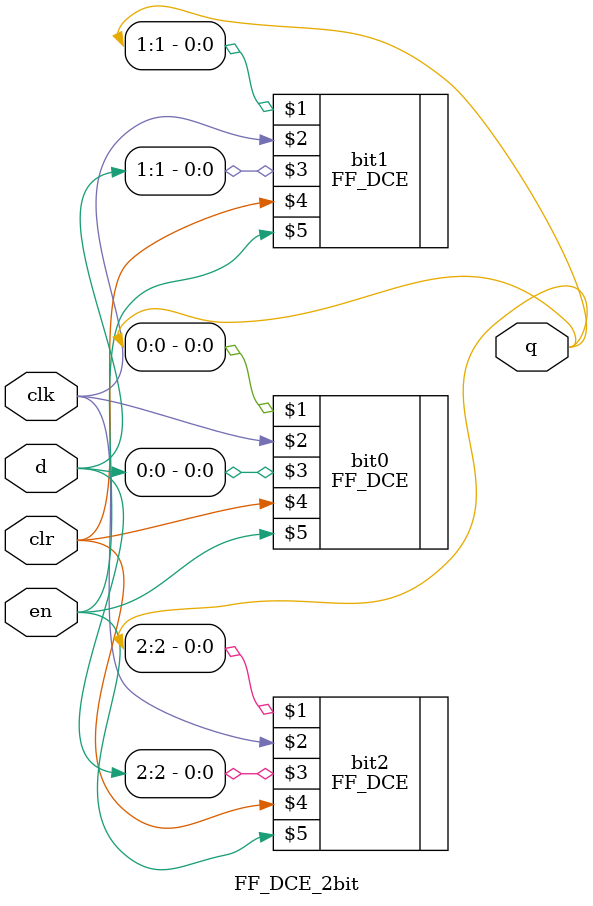
<source format=v>
`timescale 1ns / 1ps
module FF_DCE_2bit(
    output [2:0] q,
    input clk,
    input [2:0] d,
    input clr,
    input en
    );

FF_DCE bit0(q[0], clk , d[0] , clr , en);
FF_DCE bit1(q[1], clk , d[1] , clr , en);
FF_DCE bit2(q[2], clk , d[2] , clr , en);

endmodule

</source>
